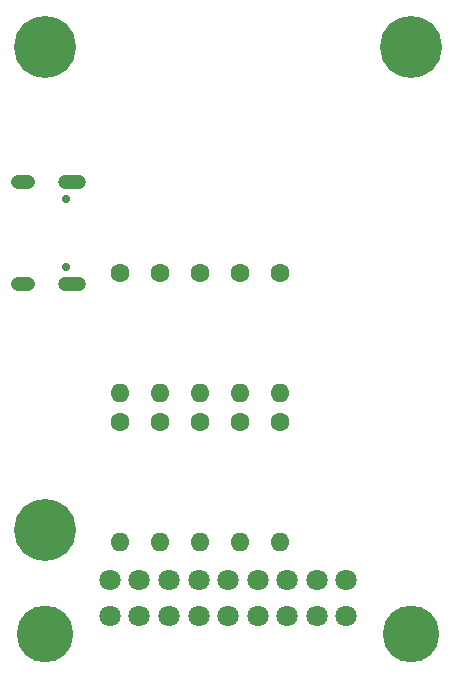
<source format=gbs>
%TF.GenerationSoftware,KiCad,Pcbnew,8.0.8*%
%TF.CreationDate,2025-05-08T14:25:14+01:00*%
%TF.ProjectId,esp32-canboard,65737033-322d-4636-916e-626f6172642e,rev?*%
%TF.SameCoordinates,Original*%
%TF.FileFunction,Soldermask,Bot*%
%TF.FilePolarity,Negative*%
%FSLAX46Y46*%
G04 Gerber Fmt 4.6, Leading zero omitted, Abs format (unit mm)*
G04 Created by KiCad (PCBNEW 8.0.8) date 2025-05-08 14:25:14*
%MOMM*%
%LPD*%
G01*
G04 APERTURE LIST*
%ADD10C,5.250000*%
%ADD11C,1.800000*%
%ADD12C,4.800000*%
%ADD13C,0.700000*%
%ADD14O,2.054000X1.254000*%
%ADD15O,2.354000X1.254000*%
%ADD16C,1.600000*%
%ADD17O,1.600000X1.600000*%
G04 APERTURE END LIST*
D10*
%TO.C,MH2*%
X125750000Y-74600000D03*
%TD*%
%TO.C,MH3*%
X94750000Y-74600000D03*
%TD*%
D11*
%TO.C,CONN1*%
X120250000Y-119754500D03*
X117750000Y-119754500D03*
X115250000Y-119754500D03*
X112750000Y-119754500D03*
X110250000Y-119754500D03*
X107750000Y-119754500D03*
X105250000Y-119754500D03*
X102750000Y-119754500D03*
X100250000Y-119754500D03*
X120250000Y-122754500D03*
X117750000Y-122754500D03*
X115250000Y-122754500D03*
X112750000Y-122754500D03*
X110250000Y-122754500D03*
X107750000Y-122754500D03*
X105250000Y-122754500D03*
X102750000Y-122754500D03*
X100250000Y-122754500D03*
D12*
X94750000Y-124254500D03*
X125750000Y-124254500D03*
%TD*%
D10*
%TO.C,MH1*%
X94750000Y-115450000D03*
%TD*%
D13*
%TO.C,CONN2*%
X96530000Y-87440000D03*
X96530000Y-93220000D03*
D14*
X92880000Y-86010000D03*
X92880000Y-94650000D03*
D15*
X97030000Y-86010000D03*
X97030000Y-94650000D03*
%TD*%
D16*
%TO.C,R18*%
X111260000Y-106380000D03*
D17*
X111260000Y-116540000D03*
%TD*%
D16*
%TO.C,R27*%
X101060000Y-106380000D03*
D17*
X101060000Y-116540000D03*
%TD*%
D16*
%TO.C,R32*%
X107860000Y-93690000D03*
D17*
X107860000Y-103850000D03*
%TD*%
D16*
%TO.C,R30*%
X114660000Y-93690000D03*
D17*
X114660000Y-103850000D03*
%TD*%
D16*
%TO.C,R24*%
X104460000Y-106380000D03*
D17*
X104460000Y-116540000D03*
%TD*%
D16*
%TO.C,R34*%
X101060000Y-93690000D03*
D17*
X101060000Y-103850000D03*
%TD*%
D16*
%TO.C,R17*%
X114660000Y-106380000D03*
D17*
X114660000Y-116540000D03*
%TD*%
D16*
%TO.C,R21*%
X107860000Y-106380000D03*
D17*
X107860000Y-116540000D03*
%TD*%
D16*
%TO.C,R33*%
X104460000Y-93690000D03*
D17*
X104460000Y-103850000D03*
%TD*%
D16*
%TO.C,R31*%
X111260000Y-93690000D03*
D17*
X111260000Y-103850000D03*
%TD*%
M02*

</source>
